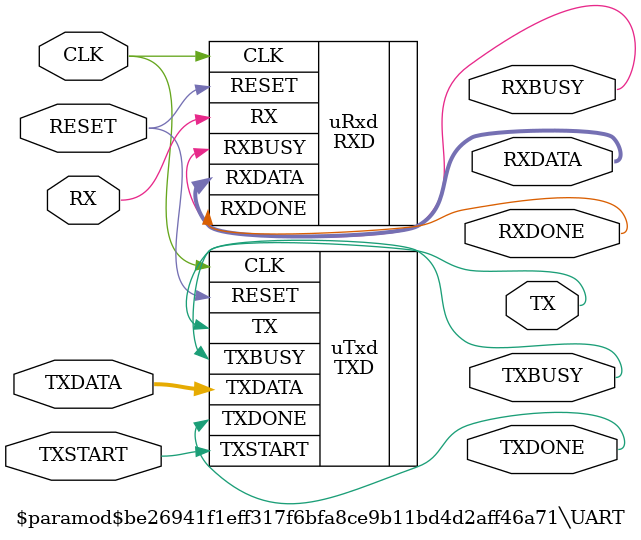
<source format=v>
`include "transmit/txd.v"
`include "recieve/rxd.v"

module UART (
    input  wire       CLK       ,
    input  wire       RESET     ,
    output wire       TX        ,
    input  wire [7:0] TXDATA    ,
    input  wire       TXSTART   ,
    output wire       TXBUSY    ,
    output wire       TXDONE    ,
    input  wire       RX        ,
    output wire [7:0] RXDATA    ,
    output wire       RXBUSY    ,
    output wire       RXDONE
);

parameter 
    SCYCLE    = 50_000_000,
    BAUDRATE  = 9600;

TXD #(
    .SCYCLE     (SCYCLE    ),
    .BAUDRATE   (BAUDRATE  )
) uTxd (
    .CLK        (CLK       ),
    .RESET      (RESET     ),
    .TX         (TX        ),
    .TXDATA     (TXDATA    ),
    .TXSTART    (TXSTART   ),
    .TXBUSY     (TXBUSY    ),
    .TXDONE     (TXDONE    )
);

RXD #(
    .SCYCLE     (SCYCLE    ),
    .BAUDRATE   (BAUDRATE  )
) uRxd (
    .CLK        (CLK       ),
    .RESET      (RESET     ),
    .RX         (RX        ),
    .RXDATA     (RXDATA    ),
    .RXBUSY     (RXBUSY    ),
    .RXDONE     (RXDONE    )
);
endmodule

module Uart_Instance ();

parameter 
    SCYCLE    = 50_000_000,
    BAUDRATE  = 9600;

UART #(
    .SCYCLE     (SCYCLE     ),
    .BAUDRATE   (BAUDRATE   )
) uUart (
    .CLK        (clock      ),
    .RESET      (reset      ),
    .TX         (tx         ),
    .TXDATA     (txdata     ),
    .TXSTART    (txstart    ),
    .TXBUSY     (txbusy     ),
    .TXDONE     (txdone     ),
    .RX         (rx         ),
    .RXDATA     (rxdata     ),
    .RXBUSY     (rxbusy     ),
    .RXDONE     (rxdone     )
);

TXD #(
    .SCYCLE     (SCYCLE    ),
    .BAUDRATE   (BAUDRATE  )
) uTxd (
    .CLK        (CLK       ),
    .RESET      (RESET     ),
    .TX         (TX        ),
    .TXDATA     (TXDATA    ),
    .TXSTART    (TXSTART   ),
    .TXBUSY     (TXBUSY    ),
    .TXDONE     (TXDONE    )
);

RXD #(
    .SCYCLE     (SCYCLE    ),
    .BAUDRATE   (BAUDRATE  )
) uRxd (
    .CLK        (CLK       ),
    .RESET      (RESET     ),
    .RX         (RX        ),
    .RXDATA     (RXDATA    ),
    .RXBUSY     (RXBUSY    ),
    .RXDONE     (RXDONE    )
);

endmodule
</source>
